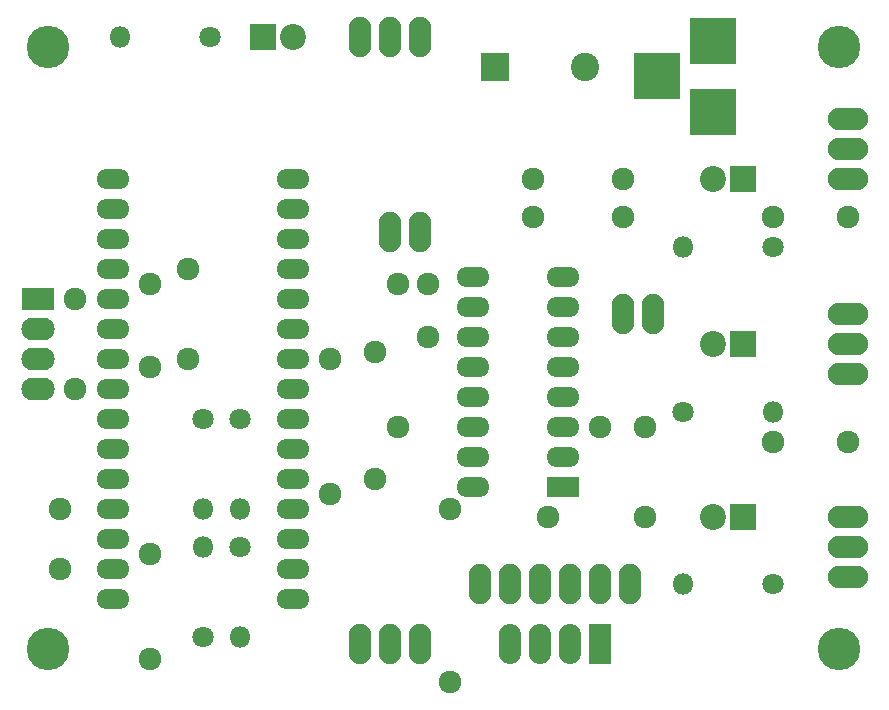
<source format=gbr>
G04 #@! TF.FileFunction,Soldermask,Bot*
%FSLAX46Y46*%
G04 Gerber Fmt 4.6, Leading zero omitted, Abs format (unit mm)*
G04 Created by KiCad (PCBNEW 4.0.4-stable) date 07/02/20 16:24:01*
%MOMM*%
%LPD*%
G01*
G04 APERTURE LIST*
%ADD10C,0.100000*%
%ADD11O,2.813000X1.670000*%
%ADD12R,3.900000X3.900000*%
%ADD13O,1.910000X3.410000*%
%ADD14R,2.200000X2.200000*%
%ADD15C,2.200000*%
%ADD16O,3.410000X1.910000*%
%ADD17R,2.813000X1.924000*%
%ADD18O,2.813000X1.924000*%
%ADD19C,1.800000*%
%ADD20O,1.800000X1.800000*%
%ADD21R,2.400000X2.400000*%
%ADD22C,2.400000*%
%ADD23R,2.813000X1.670000*%
%ADD24C,3.600000*%
%ADD25R,1.900000X3.400000*%
%ADD26O,1.900000X3.400000*%
%ADD27C,1.924000*%
G04 APERTURE END LIST*
D10*
D11*
X30480000Y-104775000D03*
X45720000Y-104775000D03*
X30480000Y-102235000D03*
X45720000Y-102235000D03*
X30480000Y-99695000D03*
X45720000Y-99695000D03*
X30480000Y-97155000D03*
X45720000Y-97155000D03*
X30480000Y-94615000D03*
X45720000Y-94615000D03*
X30480000Y-92075000D03*
X45720000Y-92075000D03*
X30480000Y-89535000D03*
X45720000Y-89535000D03*
X30480000Y-86995000D03*
X45720000Y-86995000D03*
X30480000Y-84455000D03*
X45720000Y-84455000D03*
X30480000Y-81915000D03*
X45720000Y-81915000D03*
X30480000Y-79375000D03*
X45720000Y-79375000D03*
X30480000Y-76835000D03*
X45720000Y-76835000D03*
X30480000Y-74295000D03*
X45720000Y-74295000D03*
X30480000Y-71755000D03*
X45720000Y-71755000D03*
X30480000Y-69215000D03*
X45720000Y-69215000D03*
D12*
X81280000Y-63500000D03*
X81280000Y-57500000D03*
X76580000Y-60500000D03*
D13*
X76200000Y-80645000D03*
X73660000Y-80645000D03*
D14*
X83820000Y-97790000D03*
D15*
X81280000Y-97790000D03*
D16*
X92710000Y-85725000D03*
X92710000Y-83185000D03*
X92710000Y-80645000D03*
D13*
X74295000Y-103505000D03*
X71755000Y-103505000D03*
X69215000Y-103505000D03*
X66675000Y-103505000D03*
X64135000Y-103505000D03*
X61595000Y-103505000D03*
X56515000Y-57150000D03*
X53975000Y-57150000D03*
X51435000Y-57150000D03*
X51435000Y-108585000D03*
X53975000Y-108585000D03*
X56515000Y-108585000D03*
D17*
X24130000Y-79375000D03*
D18*
X24130000Y-81915000D03*
X24130000Y-84455000D03*
X24130000Y-86995000D03*
D16*
X92710000Y-102870000D03*
X92710000Y-100330000D03*
X92710000Y-97790000D03*
X92710000Y-69215000D03*
X92710000Y-66675000D03*
X92710000Y-64135000D03*
D13*
X56515000Y-73660000D03*
X53975000Y-73660000D03*
D19*
X38100000Y-107950000D03*
D20*
X38100000Y-100330000D03*
D19*
X41275000Y-100330000D03*
D20*
X41275000Y-107950000D03*
D19*
X86360000Y-103505000D03*
D20*
X78740000Y-103505000D03*
D19*
X78740000Y-88900000D03*
D20*
X86360000Y-88900000D03*
D19*
X86360000Y-74930000D03*
D20*
X78740000Y-74930000D03*
D19*
X41275000Y-89535000D03*
D20*
X41275000Y-97155000D03*
D19*
X38100000Y-89535000D03*
D20*
X38100000Y-97155000D03*
D21*
X62865000Y-59690000D03*
D22*
X70465000Y-59690000D03*
D23*
X68580000Y-95250000D03*
D11*
X60960000Y-77470000D03*
X68580000Y-92710000D03*
X60960000Y-80010000D03*
X68580000Y-90170000D03*
X60960000Y-82550000D03*
X68580000Y-87630000D03*
X60960000Y-85090000D03*
X68580000Y-85090000D03*
X60960000Y-87630000D03*
X68580000Y-82550000D03*
X60960000Y-90170000D03*
X68580000Y-80010000D03*
X60960000Y-92710000D03*
X68580000Y-77470000D03*
X60960000Y-95250000D03*
D24*
X25000000Y-58000000D03*
X25000000Y-109000000D03*
X92000000Y-109000000D03*
X92000000Y-58000000D03*
D14*
X83820000Y-83185000D03*
D15*
X81280000Y-83185000D03*
D14*
X83820000Y-69215000D03*
D15*
X81280000Y-69215000D03*
D14*
X43180000Y-57150000D03*
D15*
X45720000Y-57150000D03*
D19*
X38735000Y-57150000D03*
D20*
X31115000Y-57150000D03*
D25*
X71755000Y-108585000D03*
D26*
X69215000Y-108585000D03*
X66675000Y-108585000D03*
X64135000Y-108585000D03*
D27*
X52705000Y-94615000D03*
X52705000Y-83820000D03*
X75565000Y-97790000D03*
X67310000Y-97790000D03*
X48895000Y-95885000D03*
X48895000Y-84455000D03*
X73660000Y-72390000D03*
X66040000Y-72390000D03*
X92710000Y-91440000D03*
X86360000Y-91440000D03*
X92710000Y-72390000D03*
X66040000Y-69215000D03*
X73660000Y-69215000D03*
X86360000Y-72390000D03*
X36830000Y-84455000D03*
X36830000Y-76835000D03*
X27305000Y-86995000D03*
X27305000Y-79375000D03*
X26035000Y-97155000D03*
X26035000Y-102235000D03*
X59055000Y-97155000D03*
X59055000Y-111760000D03*
X33655000Y-109855000D03*
X33655000Y-100965000D03*
X33655000Y-85090000D03*
X33655000Y-78105000D03*
X71755000Y-90170000D03*
X75565000Y-90170000D03*
X57150000Y-78105000D03*
X57150000Y-82550000D03*
X54610000Y-90170000D03*
X54610000Y-78105000D03*
M02*

</source>
